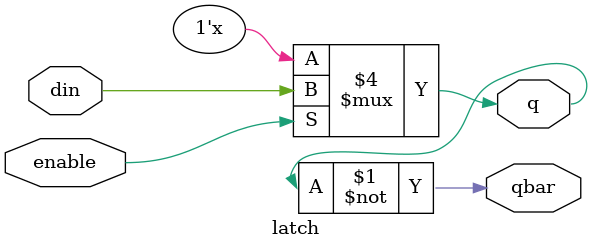
<source format=v>
module latch(q, qbar, din, enable);
    input din, enable;
    output reg q; output qbar;

    assign qbar = ~q;
    always @(din or enable)
    begin 
        if(enable)
            q = din;
    end
endmodule

</source>
